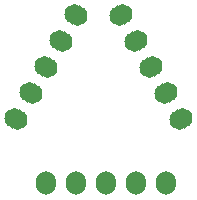
<source format=gbr>
%TF.GenerationSoftware,KiCad,Pcbnew,7.0.9*%
%TF.CreationDate,2024-03-01T11:20:35+09:00*%
%TF.ProjectId,LineIntegratedBoard2,4c696e65-496e-4746-9567-726174656442,rev?*%
%TF.SameCoordinates,Original*%
%TF.FileFunction,Paste,Bot*%
%TF.FilePolarity,Positive*%
%FSLAX46Y46*%
G04 Gerber Fmt 4.6, Leading zero omitted, Abs format (unit mm)*
G04 Created by KiCad (PCBNEW 7.0.9) date 2024-03-01 11:20:35*
%MOMM*%
%LPD*%
G01*
G04 APERTURE LIST*
G04 Aperture macros list*
%AMHorizOval*
0 Thick line with rounded ends*
0 $1 width*
0 $2 $3 position (X,Y) of the first rounded end (center of the circle)*
0 $4 $5 position (X,Y) of the second rounded end (center of the circle)*
0 Add line between two ends*
20,1,$1,$2,$3,$4,$5,0*
0 Add two circle primitives to create the rounded ends*
1,1,$1,$2,$3*
1,1,$1,$4,$5*%
G04 Aperture macros list end*
%ADD10O,1.700000X2.000000*%
%ADD11HorizOval,1.700000X-0.129904X-0.075000X0.129904X0.075000X0*%
%ADD12HorizOval,1.700000X0.129904X-0.075000X-0.129904X0.075000X0*%
G04 APERTURE END LIST*
D10*
%TO.C,J3*%
X147320000Y-106934000D03*
X149860000Y-106934000D03*
X152400000Y-106934000D03*
X154940000Y-106934000D03*
X157480000Y-106934000D03*
%TD*%
D11*
%TO.C,J1*%
X158719751Y-101512426D03*
X157449751Y-99312721D03*
X156179751Y-97113017D03*
X154909751Y-94913312D03*
X153639751Y-92713608D03*
%TD*%
D12*
%TO.C,J2*%
X149860000Y-92710000D03*
X148590000Y-94909704D03*
X147320000Y-97109409D03*
X146050000Y-99309113D03*
X144780000Y-101508818D03*
%TD*%
M02*

</source>
